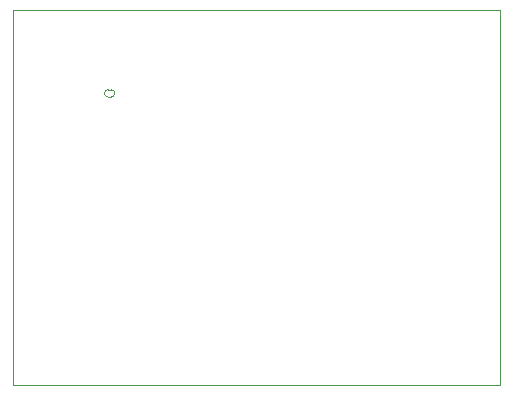
<source format=gbr>
%TF.GenerationSoftware,KiCad,Pcbnew,(5.99.0-9795-gc3c3649211)*%
%TF.CreationDate,2021-03-25T09:38:18-07:00*%
%TF.ProjectId,smd-challenge,736d642d-6368-4616-9c6c-656e67652e6b,rev?*%
%TF.SameCoordinates,Original*%
%TF.FileFunction,Profile,NP*%
%FSLAX46Y46*%
G04 Gerber Fmt 4.6, Leading zero omitted, Abs format (unit mm)*
G04 Created by KiCad (PCBNEW (5.99.0-9795-gc3c3649211)) date 2021-03-25 09:38:18*
%MOMM*%
%LPD*%
G01*
G04 APERTURE LIST*
%TA.AperFunction,Profile*%
%ADD10C,0.100000*%
%TD*%
G04 APERTURE END LIST*
D10*
X120015000Y-37846000D02*
X161290000Y-37846000D01*
X161290000Y-37846000D02*
X161290000Y-69596000D01*
X161290000Y-69596000D02*
X120015000Y-69596000D01*
X120015000Y-69596000D02*
X120015000Y-37846000D01*
%TO.C,J1*%
X128091000Y-44581000D02*
X128341000Y-44581000D01*
X128341000Y-45211000D02*
X128091000Y-45211000D01*
X128091000Y-45211000D02*
G75*
G02*
X127776000Y-44896000I0J315000D01*
G01*
X128656000Y-44896000D02*
G75*
G02*
X128341000Y-45211000I-315000J0D01*
G01*
X127776000Y-44896000D02*
G75*
G02*
X128091000Y-44581000I315000J0D01*
G01*
X128341000Y-44581000D02*
G75*
G02*
X128656000Y-44896000I0J-315000D01*
G01*
%TD*%
M02*

</source>
